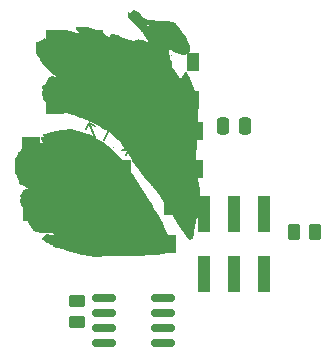
<source format=gbr>
%TF.GenerationSoftware,KiCad,Pcbnew,(6.99.0-2239-g14886e426b)*%
%TF.CreationDate,2022-06-28T00:18:28+01:00*%
%TF.ProjectId,Butterfly_Badge_Addon,42757474-6572-4666-9c79-5f4261646765,rev?*%
%TF.SameCoordinates,Original*%
%TF.FileFunction,Soldermask,Bot*%
%TF.FilePolarity,Negative*%
%FSLAX46Y46*%
G04 Gerber Fmt 4.6, Leading zero omitted, Abs format (unit mm)*
G04 Created by KiCad (PCBNEW (6.99.0-2239-g14886e426b)) date 2022-06-28 00:18:28*
%MOMM*%
%LPD*%
G01*
G04 APERTURE LIST*
G04 Aperture macros list*
%AMRoundRect*
0 Rectangle with rounded corners*
0 $1 Rounding radius*
0 $2 $3 $4 $5 $6 $7 $8 $9 X,Y pos of 4 corners*
0 Add a 4 corners polygon primitive as box body*
4,1,4,$2,$3,$4,$5,$6,$7,$8,$9,$2,$3,0*
0 Add four circle primitives for the rounded corners*
1,1,$1+$1,$2,$3*
1,1,$1+$1,$4,$5*
1,1,$1+$1,$6,$7*
1,1,$1+$1,$8,$9*
0 Add four rect primitives between the rounded corners*
20,1,$1+$1,$2,$3,$4,$5,0*
20,1,$1+$1,$4,$5,$6,$7,0*
20,1,$1+$1,$6,$7,$8,$9,0*
20,1,$1+$1,$8,$9,$2,$3,0*%
G04 Aperture macros list end*
%ADD10C,0.200000*%
%ADD11RoundRect,0.250000X-0.250000X-0.475000X0.250000X-0.475000X0.250000X0.475000X-0.250000X0.475000X0*%
%ADD12R,1.000000X1.500000*%
%ADD13R,1.500000X1.000000*%
%ADD14RoundRect,0.150000X0.825000X0.150000X-0.825000X0.150000X-0.825000X-0.150000X0.825000X-0.150000X0*%
%ADD15RoundRect,0.250000X0.450000X-0.262500X0.450000X0.262500X-0.450000X0.262500X-0.450000X-0.262500X0*%
%ADD16RoundRect,0.250000X-0.262500X-0.450000X0.262500X-0.450000X0.262500X0.450000X-0.262500X0.450000X0*%
%ADD17R,1.000000X3.150000*%
G04 APERTURE END LIST*
D10*
X109474000Y-82677000D02*
X110236000Y-81153000D01*
X108204000Y-81280000D02*
X107950000Y-81788000D01*
X110998000Y-83566000D02*
X111633000Y-83566000D01*
X108839000Y-82677000D02*
X108204000Y-81280000D01*
X111633000Y-83566000D02*
X111379000Y-83947000D01*
X108204000Y-81280000D02*
X108712000Y-81534000D01*
%TO.C,G\u002A\u002A\u002A*%
G36*
X102424031Y-90085654D02*
G01*
X102413689Y-90095996D01*
X102403347Y-90085654D01*
X102413689Y-90075312D01*
X102424031Y-90085654D01*
G37*
G36*
X114806876Y-92522923D02*
G01*
X114804037Y-92535220D01*
X114793087Y-92536712D01*
X114776061Y-92529144D01*
X114779297Y-92522923D01*
X114803844Y-92520448D01*
X114806876Y-92522923D01*
G37*
G36*
X110345176Y-83347330D02*
G01*
X110346018Y-83352999D01*
X110338961Y-83373145D01*
X110336897Y-83373683D01*
X110319237Y-83359189D01*
X110314992Y-83352999D01*
X110316632Y-83333939D01*
X110324113Y-83332315D01*
X110345176Y-83347330D01*
G37*
G36*
X104293934Y-78693248D02*
G01*
X104302319Y-78592578D01*
X104313314Y-78538301D01*
X104330467Y-78475977D01*
X104333525Y-78437527D01*
X104320681Y-78407329D01*
X104294423Y-78374743D01*
X104262790Y-78336243D01*
X104248819Y-78306284D01*
X104252035Y-78271478D01*
X104271960Y-78218434D01*
X104287567Y-78181989D01*
X104330452Y-78104940D01*
X104351463Y-78087187D01*
X111525008Y-78087187D01*
X111540746Y-78119627D01*
X111590373Y-78136174D01*
X111626463Y-78138988D01*
X111660513Y-78138006D01*
X111660675Y-78124920D01*
X111638771Y-78099253D01*
X111597941Y-78068739D01*
X111557207Y-78058777D01*
X111529718Y-78070760D01*
X111525008Y-78087187D01*
X104351463Y-78087187D01*
X104378249Y-78064555D01*
X104385816Y-78061464D01*
X104444061Y-78031672D01*
X104482093Y-78003247D01*
X104532876Y-77964112D01*
X104579399Y-77935961D01*
X104612238Y-77914092D01*
X104630208Y-77883309D01*
X104638848Y-77830693D01*
X104641451Y-77791173D01*
X104646661Y-77724603D01*
X104656610Y-77688740D01*
X104676302Y-77672925D01*
X104699275Y-77667974D01*
X104750738Y-77650193D01*
X104776015Y-77609677D01*
X104781695Y-77554361D01*
X104793524Y-77504143D01*
X104822647Y-77484917D01*
X104841952Y-77472340D01*
X109808550Y-77472340D01*
X109811318Y-77519994D01*
X109820138Y-77530242D01*
X109822949Y-77526995D01*
X111738743Y-77526995D01*
X111741583Y-77539291D01*
X111752533Y-77540784D01*
X111769558Y-77533216D01*
X111766322Y-77526995D01*
X111741775Y-77524519D01*
X111738743Y-77526995D01*
X109822949Y-77526995D01*
X109828917Y-77520100D01*
X109846994Y-77473126D01*
X109849284Y-77454098D01*
X109838745Y-77416699D01*
X109828917Y-77406338D01*
X109815158Y-77415355D01*
X109808753Y-77458350D01*
X109808550Y-77472340D01*
X104841952Y-77472340D01*
X104859646Y-77460813D01*
X104897755Y-77415399D01*
X104903103Y-77406799D01*
X104931116Y-77369077D01*
X104967474Y-77343705D01*
X105019116Y-77329407D01*
X105092980Y-77324905D01*
X105196002Y-77328921D01*
X105287572Y-77335977D01*
X105374861Y-77342775D01*
X105445162Y-77346977D01*
X105489372Y-77348114D01*
X105499831Y-77346960D01*
X105486886Y-77333463D01*
X105446655Y-77303006D01*
X105412703Y-77279318D01*
X112186898Y-77279318D01*
X112188555Y-77346866D01*
X112195391Y-77381788D01*
X112210200Y-77392756D01*
X112223095Y-77391651D01*
X112247949Y-77375101D01*
X112256831Y-77332670D01*
X112256775Y-77305620D01*
X112246508Y-77244694D01*
X112224602Y-77197851D01*
X112220578Y-77193287D01*
X112201783Y-77177877D01*
X112191678Y-77184227D01*
X112187605Y-77219128D01*
X112186898Y-77279318D01*
X105412703Y-77279318D01*
X105386586Y-77261096D01*
X105356242Y-77240746D01*
X105259067Y-77172256D01*
X112283845Y-77172256D01*
X112283961Y-77202424D01*
X112296349Y-77223788D01*
X112311237Y-77208479D01*
X112315980Y-77200210D01*
X112327338Y-77166510D01*
X112324616Y-77154507D01*
X112301387Y-77150563D01*
X112283845Y-77172256D01*
X105259067Y-77172256D01*
X105123471Y-77076687D01*
X104911388Y-76907678D01*
X104723721Y-76737347D01*
X104564200Y-76569321D01*
X104436554Y-76407228D01*
X104346354Y-76258374D01*
X104301271Y-76176092D01*
X104251277Y-76095652D01*
X104212309Y-76041191D01*
X104178976Y-75996326D01*
X104128547Y-75924326D01*
X104066267Y-75832873D01*
X103997384Y-75729648D01*
X103944521Y-75649090D01*
X103743055Y-75339725D01*
X103762410Y-75080279D01*
X103769548Y-74961358D01*
X103771350Y-74870676D01*
X103767815Y-74813012D01*
X103762422Y-74795179D01*
X103747924Y-74755546D01*
X103737405Y-74689540D01*
X103731716Y-74612038D01*
X103731712Y-74537915D01*
X103738245Y-74482049D01*
X103743580Y-74466765D01*
X103781643Y-74434229D01*
X103858640Y-74407676D01*
X103887239Y-74401245D01*
X103985429Y-74371723D01*
X104047587Y-74331823D01*
X104051113Y-74327970D01*
X104096019Y-74293952D01*
X104161742Y-74262995D01*
X104194417Y-74252416D01*
X104275126Y-74226419D01*
X104325488Y-74201219D01*
X104341039Y-74179298D01*
X104337460Y-74172889D01*
X104346299Y-74159254D01*
X104380478Y-74139727D01*
X104425846Y-74120730D01*
X104468248Y-74108680D01*
X104482204Y-74107234D01*
X104509411Y-74118045D01*
X104562620Y-74147314D01*
X104633586Y-74190289D01*
X104697592Y-74231338D01*
X104806079Y-74299074D01*
X104885019Y-74340014D01*
X104935993Y-74354605D01*
X104960585Y-74343296D01*
X104960375Y-74306533D01*
X104960157Y-74305654D01*
X104945078Y-74252580D01*
X104935017Y-74222917D01*
X104934938Y-74195199D01*
X104945271Y-74189970D01*
X104966202Y-74173524D01*
X104968168Y-74162363D01*
X104985015Y-74126645D01*
X105029987Y-74077732D01*
X105094730Y-74021937D01*
X105170888Y-73965575D01*
X105250107Y-73914958D01*
X105324032Y-73876399D01*
X105368447Y-73859882D01*
X105424370Y-73840980D01*
X105459038Y-73823017D01*
X105464585Y-73815697D01*
X105480706Y-73793892D01*
X105511124Y-73773134D01*
X105553359Y-73761852D01*
X105621050Y-73755300D01*
X105701184Y-73753378D01*
X105780747Y-73755986D01*
X105846725Y-73763025D01*
X105886105Y-73774395D01*
X105888398Y-73776023D01*
X105921295Y-73790920D01*
X105975584Y-73805517D01*
X105987148Y-73807821D01*
X106042841Y-73825660D01*
X106080267Y-73850974D01*
X106083846Y-73856038D01*
X106105032Y-73878124D01*
X106115690Y-73876704D01*
X106108748Y-73856504D01*
X106079719Y-73812260D01*
X106033630Y-73751167D01*
X105993137Y-73701304D01*
X105929170Y-73622301D01*
X105888632Y-73564762D01*
X105866619Y-73520008D01*
X105858225Y-73479364D01*
X105857582Y-73461494D01*
X105861958Y-73408441D01*
X105880855Y-73381997D01*
X105912599Y-73370272D01*
X105976259Y-73365896D01*
X106077329Y-73374879D01*
X106214159Y-73396948D01*
X106385102Y-73431831D01*
X106588508Y-73479257D01*
X106619551Y-73486899D01*
X106753729Y-73521266D01*
X106896510Y-73559790D01*
X107039528Y-73600030D01*
X107174418Y-73639544D01*
X107292814Y-73675891D01*
X107386352Y-73706629D01*
X107438871Y-73726033D01*
X107451465Y-73722990D01*
X107436645Y-73691876D01*
X107393943Y-73631769D01*
X107384789Y-73619786D01*
X107288942Y-73489978D01*
X107221044Y-73385495D01*
X107179208Y-73303005D01*
X107161546Y-73239179D01*
X107160676Y-73224112D01*
X107160676Y-73155768D01*
X108158903Y-73155768D01*
X108691279Y-73332758D01*
X108868285Y-73392167D01*
X109013086Y-73442743D01*
X109132956Y-73488024D01*
X109235163Y-73531551D01*
X109326980Y-73576861D01*
X109415677Y-73627495D01*
X109508525Y-73686990D01*
X109612796Y-73758886D01*
X109711722Y-73829434D01*
X109799420Y-73890755D01*
X109875861Y-73941027D01*
X109934612Y-73976261D01*
X109969240Y-73992469D01*
X109974994Y-73992675D01*
X109991392Y-73964188D01*
X109994390Y-73941439D01*
X110007784Y-73905313D01*
X110042294Y-73853684D01*
X110074826Y-73815079D01*
X110120311Y-73767854D01*
X110156212Y-73742187D01*
X110197922Y-73732066D01*
X110260836Y-73731480D01*
X110286838Y-73732288D01*
X110378657Y-73740667D01*
X110431966Y-73758330D01*
X110441377Y-73766791D01*
X110478654Y-73790347D01*
X110515736Y-73796973D01*
X110569241Y-73811953D01*
X110603512Y-73837174D01*
X110636861Y-73864073D01*
X110669746Y-73858751D01*
X110680459Y-73852687D01*
X110715361Y-73839906D01*
X110744847Y-73857841D01*
X110756438Y-73871139D01*
X110804147Y-73909473D01*
X110848169Y-73928415D01*
X110889022Y-73945027D01*
X110904487Y-73962839D01*
X110921815Y-73979326D01*
X110945855Y-73983129D01*
X110990883Y-73997168D01*
X111028591Y-74024497D01*
X111077357Y-74055755D01*
X111120449Y-74065866D01*
X111164629Y-74074037D01*
X111184593Y-74087960D01*
X111212666Y-74100908D01*
X111230398Y-74097717D01*
X111266199Y-74101192D01*
X111317896Y-74124870D01*
X111338376Y-74137930D01*
X111399112Y-74169320D01*
X111490140Y-74203283D01*
X111600758Y-74236865D01*
X111720260Y-74267115D01*
X111837943Y-74291079D01*
X111943101Y-74305806D01*
X111949031Y-74306354D01*
X112019799Y-74309575D01*
X112083737Y-74303368D01*
X112155902Y-74285083D01*
X112245873Y-74254079D01*
X112339986Y-74222008D01*
X112403820Y-74206642D01*
X112444286Y-74206569D01*
X112456525Y-74211047D01*
X112505478Y-74226234D01*
X112555198Y-74231338D01*
X112627660Y-74238973D01*
X112727448Y-74259814D01*
X112843870Y-74290762D01*
X112966232Y-74328719D01*
X113083843Y-74370587D01*
X113186009Y-74413267D01*
X113190814Y-74415505D01*
X113369198Y-74499098D01*
X113303650Y-74382954D01*
X113251399Y-74294661D01*
X113181772Y-74183036D01*
X113101520Y-74058355D01*
X113017394Y-73930890D01*
X112936144Y-73810916D01*
X112864522Y-73708704D01*
X112826922Y-73657445D01*
X112787885Y-73610158D01*
X112724209Y-73538384D01*
X112640415Y-73446983D01*
X112541023Y-73340811D01*
X112430555Y-73224727D01*
X112313532Y-73103587D01*
X112268647Y-73057608D01*
X112252076Y-73040559D01*
X113138363Y-73040559D01*
X113149911Y-73087351D01*
X113176793Y-73124374D01*
X113200495Y-73135084D01*
X113220947Y-73121491D01*
X113258969Y-73086907D01*
X113282851Y-73063000D01*
X113321575Y-73019717D01*
X113342595Y-72989542D01*
X113343790Y-72982143D01*
X113319794Y-72979132D01*
X113268904Y-72981387D01*
X113236613Y-72984523D01*
X113176275Y-72994164D01*
X113146999Y-73008999D01*
X113138487Y-73034904D01*
X113138363Y-73040559D01*
X112252076Y-73040559D01*
X112148902Y-72934412D01*
X112032719Y-72813201D01*
X111932603Y-72707264D01*
X113099157Y-72707264D01*
X113102438Y-72729776D01*
X113102962Y-72731745D01*
X113113876Y-72779966D01*
X113125845Y-72843041D01*
X113127153Y-72850678D01*
X113146061Y-72908018D01*
X113175280Y-72927473D01*
X113211907Y-72907546D01*
X113220002Y-72898540D01*
X113232590Y-72859527D01*
X113211041Y-72810313D01*
X113153739Y-72747384D01*
X113148036Y-72742087D01*
X113112175Y-72710867D01*
X113099157Y-72707264D01*
X111932603Y-72707264D01*
X111924890Y-72699102D01*
X111830206Y-72597237D01*
X111753458Y-72512732D01*
X111699439Y-72450711D01*
X111687090Y-72435642D01*
X111566376Y-72284328D01*
X111566376Y-71827079D01*
X111633600Y-71877927D01*
X111700823Y-71928774D01*
X112092351Y-71691178D01*
X112142414Y-71730558D01*
X112188926Y-71759478D01*
X112225884Y-71771489D01*
X112256989Y-71782559D01*
X112313594Y-71811089D01*
X112386392Y-71852184D01*
X112435106Y-71881535D01*
X112515737Y-71932245D01*
X112567717Y-71969089D01*
X112598022Y-71999228D01*
X112613624Y-72029827D01*
X112621497Y-72068048D01*
X112622297Y-72073798D01*
X112637912Y-72141341D01*
X112661645Y-72199357D01*
X112666145Y-72206790D01*
X112701057Y-72241012D01*
X112763049Y-72285619D01*
X112841331Y-72334353D01*
X112925112Y-72380952D01*
X113003601Y-72419157D01*
X113066006Y-72442710D01*
X113077759Y-72445561D01*
X113120656Y-72461835D01*
X113138363Y-72483739D01*
X113158082Y-72502119D01*
X113213388Y-72517826D01*
X113256967Y-72524615D01*
X113344907Y-72537995D01*
X113445971Y-72556787D01*
X113510346Y-72570600D01*
X113572879Y-72581716D01*
X113656551Y-72590497D01*
X113765843Y-72597181D01*
X113905234Y-72602007D01*
X114079205Y-72605212D01*
X114182907Y-72606301D01*
X114352219Y-72608040D01*
X114487891Y-72610456D01*
X114597651Y-72614124D01*
X114689225Y-72619619D01*
X114770342Y-72627515D01*
X114848730Y-72638386D01*
X114932116Y-72652809D01*
X115010269Y-72667810D01*
X115181061Y-72702489D01*
X115317518Y-72733802D01*
X115426157Y-72764888D01*
X115513497Y-72798888D01*
X115586055Y-72838940D01*
X115650349Y-72888186D01*
X115712897Y-72949764D01*
X115780216Y-73026815D01*
X115796750Y-73046680D01*
X115974507Y-73278153D01*
X116157030Y-73548479D01*
X116343040Y-73855590D01*
X116531258Y-74197414D01*
X116646201Y-74421275D01*
X116707028Y-74543274D01*
X116751712Y-74635494D01*
X116782741Y-74705091D01*
X116802604Y-74759223D01*
X116813790Y-74805044D01*
X116818787Y-74849712D01*
X116820083Y-74900383D01*
X116820122Y-74921438D01*
X116818356Y-75007094D01*
X116813722Y-75085123D01*
X116807223Y-75138707D01*
X116807182Y-75138913D01*
X116787986Y-75180905D01*
X116747933Y-75239122D01*
X116694723Y-75304965D01*
X116636054Y-75369836D01*
X116579626Y-75425135D01*
X116533137Y-75462263D01*
X116507978Y-75473114D01*
X116475323Y-75476415D01*
X116412989Y-75484605D01*
X116332164Y-75496182D01*
X116295917Y-75501613D01*
X116191974Y-75515014D01*
X116118824Y-75518180D01*
X116067226Y-75511305D01*
X116052879Y-75506687D01*
X116010920Y-75486707D01*
X115992780Y-75469859D01*
X115992761Y-75469489D01*
X115974909Y-75455640D01*
X115931509Y-75441560D01*
X115927261Y-75440597D01*
X115861987Y-75418897D01*
X115797986Y-75387321D01*
X115738690Y-75360401D01*
X115682296Y-75348394D01*
X115679862Y-75348353D01*
X115629389Y-75337636D01*
X115600868Y-75318579D01*
X115563914Y-75293460D01*
X115510428Y-75275127D01*
X115460612Y-75255421D01*
X115394067Y-75217190D01*
X115327447Y-75170378D01*
X115266046Y-75125386D01*
X115215055Y-75092856D01*
X115184954Y-75079436D01*
X115183990Y-75079383D01*
X115155330Y-75066831D01*
X115107082Y-75034169D01*
X115058139Y-74995416D01*
X114998805Y-74949627D01*
X114966335Y-74935121D01*
X114960502Y-74951922D01*
X114981076Y-75000054D01*
X114982706Y-75003118D01*
X114996465Y-75050995D01*
X115002680Y-75118413D01*
X115002367Y-75146563D01*
X115005396Y-75209396D01*
X115017202Y-75298015D01*
X115035675Y-75398294D01*
X115048766Y-75456883D01*
X115072016Y-75557339D01*
X115092900Y-75654003D01*
X115108442Y-75732800D01*
X115113848Y-75764845D01*
X115141936Y-75858626D01*
X115194625Y-75954381D01*
X115198431Y-75959813D01*
X115242043Y-76029102D01*
X115262612Y-76088129D01*
X115266758Y-76153423D01*
X115262093Y-76224024D01*
X115252939Y-76285582D01*
X115249432Y-76299742D01*
X115246326Y-76331251D01*
X115254397Y-76373455D01*
X115275480Y-76430029D01*
X115311407Y-76504648D01*
X115364013Y-76600987D01*
X115435130Y-76722720D01*
X115526592Y-76873522D01*
X115574532Y-76951289D01*
X115676447Y-77115800D01*
X115758921Y-77248367D01*
X115824129Y-77352317D01*
X115874244Y-77430976D01*
X115911442Y-77487671D01*
X115937896Y-77525730D01*
X115955783Y-77548479D01*
X115967275Y-77559246D01*
X115973353Y-77561468D01*
X116015078Y-77543090D01*
X116061945Y-77493774D01*
X116107348Y-77422247D01*
X116144685Y-77337237D01*
X116146082Y-77333200D01*
X116195493Y-77205779D01*
X116248335Y-77099511D01*
X116301687Y-77018194D01*
X116352628Y-76965628D01*
X116398237Y-76945612D01*
X116433345Y-76959576D01*
X116472914Y-76979704D01*
X116492348Y-76982315D01*
X116520208Y-77000018D01*
X116561110Y-77048528D01*
X116611076Y-77120948D01*
X116666127Y-77210382D01*
X116722286Y-77309932D01*
X116775572Y-77412702D01*
X116822008Y-77511794D01*
X116857615Y-77600313D01*
X116869344Y-77635853D01*
X116898603Y-77726377D01*
X116930212Y-77812839D01*
X116958080Y-77878748D01*
X116962093Y-77886889D01*
X116991881Y-77951406D01*
X117028947Y-78040531D01*
X117069265Y-78143514D01*
X117108814Y-78249607D01*
X117143568Y-78348061D01*
X117169505Y-78428126D01*
X117181463Y-78472955D01*
X117195131Y-78527017D01*
X117217807Y-78604768D01*
X117244966Y-78690806D01*
X117249408Y-78704261D01*
X117281068Y-78791045D01*
X117307329Y-78842392D01*
X117331021Y-78863408D01*
X117338263Y-78864563D01*
X117357917Y-78872504D01*
X117373103Y-78901265D01*
X117386547Y-78958254D01*
X117397257Y-79024864D01*
X117420345Y-79185577D01*
X117438786Y-79322882D01*
X117453094Y-79444771D01*
X117463787Y-79559238D01*
X117471380Y-79674273D01*
X117476390Y-79797868D01*
X117479333Y-79938017D01*
X117480724Y-80102710D01*
X117481081Y-80299941D01*
X117481079Y-80322787D01*
X117480439Y-80468047D01*
X117478654Y-80637549D01*
X117475852Y-80826576D01*
X117472164Y-81030413D01*
X117467719Y-81244344D01*
X117462645Y-81463652D01*
X117457072Y-81683622D01*
X117451130Y-81899537D01*
X117444948Y-82106682D01*
X117438655Y-82300340D01*
X117432380Y-82475795D01*
X117426253Y-82628331D01*
X117420403Y-82753233D01*
X117414960Y-82845784D01*
X117410464Y-82897950D01*
X117384829Y-83119245D01*
X117364518Y-83310139D01*
X117348655Y-83481134D01*
X117336367Y-83642730D01*
X117326779Y-83805428D01*
X117319019Y-83979729D01*
X117317837Y-84010773D01*
X117312481Y-84170571D01*
X117309946Y-84302534D01*
X117310648Y-84418606D01*
X117315005Y-84530733D01*
X117323433Y-84650857D01*
X117336350Y-84790924D01*
X117349541Y-84919165D01*
X117368389Y-85086918D01*
X117391197Y-85272582D01*
X117415991Y-85461122D01*
X117440799Y-85637501D01*
X117462171Y-85777552D01*
X117510687Y-86087579D01*
X117550373Y-86361238D01*
X117581546Y-86602504D01*
X117604523Y-86815355D01*
X117619619Y-87003765D01*
X117627150Y-87171711D01*
X117627435Y-87323169D01*
X117620788Y-87462115D01*
X117607527Y-87592526D01*
X117606958Y-87596901D01*
X117600035Y-87663184D01*
X117591991Y-87762149D01*
X117583416Y-87885150D01*
X117574901Y-88023536D01*
X117567038Y-88168658D01*
X117564820Y-88213748D01*
X117557441Y-88354493D01*
X117549322Y-88486786D01*
X117541016Y-88603137D01*
X117533073Y-88696054D01*
X117526046Y-88758047D01*
X117523675Y-88772217D01*
X117513987Y-88834132D01*
X117503692Y-88922708D01*
X117494395Y-89023301D01*
X117490525Y-89074937D01*
X117482936Y-89172481D01*
X117474314Y-89238675D01*
X117462029Y-89283510D01*
X117443450Y-89316974D01*
X117419252Y-89345540D01*
X117334404Y-89460555D01*
X117287547Y-89586532D01*
X117275171Y-89711040D01*
X117270606Y-89797498D01*
X117257820Y-89855475D01*
X117247916Y-89872165D01*
X117231697Y-89905032D01*
X117214104Y-89966483D01*
X117198626Y-90044022D01*
X117196953Y-90054628D01*
X117187538Y-90117334D01*
X117179471Y-90174692D01*
X117171806Y-90234781D01*
X117163598Y-90305683D01*
X117153901Y-90395476D01*
X117141769Y-90512241D01*
X117130396Y-90623439D01*
X117106705Y-90771010D01*
X117068423Y-90908973D01*
X117019367Y-91025272D01*
X116985595Y-91080690D01*
X116919376Y-91140729D01*
X116829058Y-91168895D01*
X116782958Y-91171566D01*
X116741918Y-91169344D01*
X116709599Y-91158251D01*
X116677318Y-91131647D01*
X116636391Y-91082892D01*
X116594619Y-91027555D01*
X116542334Y-90955695D01*
X116497401Y-90891152D01*
X116467482Y-90845020D01*
X116462473Y-90836228D01*
X116427687Y-90776991D01*
X116385104Y-90713319D01*
X116341919Y-90654900D01*
X116305330Y-90611422D01*
X116282532Y-90592571D01*
X116281344Y-90592413D01*
X116262354Y-90576524D01*
X116261653Y-90570826D01*
X116248676Y-90542580D01*
X116216755Y-90501011D01*
X116209841Y-90493362D01*
X116174157Y-90446784D01*
X116129809Y-90377704D01*
X116086221Y-90300828D01*
X116085017Y-90298542D01*
X116047315Y-90230038D01*
X116014760Y-90176651D01*
X115993595Y-90148520D01*
X115991745Y-90147078D01*
X115970548Y-90122154D01*
X115941236Y-90074313D01*
X115929555Y-90052366D01*
X115893904Y-89991198D01*
X115856841Y-89940243D01*
X115847818Y-89930369D01*
X115808194Y-89884112D01*
X115762995Y-89817715D01*
X115709315Y-89726323D01*
X115644251Y-89605085D01*
X115591525Y-89502134D01*
X115536827Y-89400032D01*
X115477423Y-89299153D01*
X115421177Y-89212367D01*
X115382970Y-89160797D01*
X115336721Y-89101908D01*
X115303301Y-89054184D01*
X115289553Y-89027443D01*
X115289504Y-89026709D01*
X115275591Y-88998486D01*
X115250025Y-88970426D01*
X115214097Y-88925514D01*
X115183977Y-88868971D01*
X115162440Y-88821549D01*
X115145506Y-88793929D01*
X115144389Y-88792901D01*
X115111719Y-88759036D01*
X115063740Y-88699831D01*
X115007434Y-88624793D01*
X114949783Y-88543430D01*
X114897771Y-88465250D01*
X114867552Y-88415954D01*
X114827730Y-88351800D01*
X114794439Y-88306065D01*
X114773639Y-88286730D01*
X114771182Y-88286897D01*
X114754266Y-88275399D01*
X114726271Y-88235701D01*
X114699412Y-88187952D01*
X114634199Y-88063440D01*
X114582657Y-87969492D01*
X114540950Y-87899193D01*
X114528709Y-87880030D01*
X114499452Y-87835051D01*
X114456935Y-87769534D01*
X114410432Y-87697772D01*
X114358179Y-87618669D01*
X114304131Y-87539359D01*
X114264553Y-87483363D01*
X114213396Y-87408997D01*
X114161746Y-87327679D01*
X114147465Y-87303651D01*
X114101401Y-87234443D01*
X114048888Y-87169696D01*
X114029622Y-87149821D01*
X113989987Y-87107244D01*
X113967587Y-87073690D01*
X113965725Y-87066524D01*
X113953184Y-87037893D01*
X113921832Y-86993656D01*
X113908844Y-86977993D01*
X113817725Y-86871732D01*
X113748510Y-86789554D01*
X113695602Y-86724639D01*
X113653399Y-86670170D01*
X113630354Y-86638933D01*
X113593033Y-86592762D01*
X113532976Y-86524479D01*
X113456813Y-86441106D01*
X113371174Y-86349666D01*
X113282692Y-86257181D01*
X113197996Y-86170674D01*
X113123719Y-86097167D01*
X113078379Y-86054374D01*
X113002172Y-85982645D01*
X112955087Y-85932611D01*
X112933688Y-85900445D01*
X112931523Y-85890748D01*
X112921405Y-85863402D01*
X112895505Y-85814418D01*
X112874642Y-85779235D01*
X112845382Y-85734893D01*
X112799472Y-85668929D01*
X112741761Y-85587950D01*
X112677099Y-85498567D01*
X112610337Y-85407388D01*
X112546324Y-85321023D01*
X112489910Y-85246081D01*
X112445945Y-85189172D01*
X112419279Y-85156903D01*
X112414739Y-85152511D01*
X112391169Y-85129507D01*
X112349999Y-85084256D01*
X112299717Y-85026614D01*
X112248814Y-84966439D01*
X112205777Y-84913587D01*
X112182314Y-84882632D01*
X112154859Y-84843674D01*
X112110891Y-84781443D01*
X112057815Y-84706420D01*
X112029503Y-84666436D01*
X111976904Y-84586787D01*
X111913082Y-84481894D01*
X111845011Y-84363661D01*
X111779667Y-84243994D01*
X111759900Y-84206236D01*
X111651166Y-84003910D01*
X111548640Y-83830946D01*
X111445990Y-83677281D01*
X111336886Y-83532855D01*
X111333650Y-83528813D01*
X111284607Y-83462911D01*
X111243360Y-83399212D01*
X111223666Y-83361873D01*
X111193079Y-83310219D01*
X111145126Y-83249025D01*
X111115485Y-83217085D01*
X111063866Y-83156660D01*
X111014222Y-83084135D01*
X110973734Y-83011714D01*
X110949579Y-82951601D01*
X110945855Y-82928747D01*
X110930976Y-82906479D01*
X110890697Y-82864405D01*
X110831561Y-82809009D01*
X110775212Y-82759579D01*
X110701875Y-82696044D01*
X110607242Y-82612695D01*
X110500495Y-82517691D01*
X110390812Y-82419191D01*
X110314992Y-82350519D01*
X110189271Y-82238186D01*
X110076120Y-82142501D01*
X109968322Y-82058687D01*
X109858663Y-81981964D01*
X109739928Y-81907555D01*
X109604900Y-81830681D01*
X109446364Y-81746564D01*
X109260106Y-81651929D01*
X109103283Y-81572872D01*
X108927791Y-81483659D01*
X108747504Y-81391392D01*
X108576299Y-81303173D01*
X108428051Y-81226103D01*
X108425847Y-81224950D01*
X108308063Y-81163710D01*
X108202453Y-81109543D01*
X108114553Y-81065229D01*
X108049901Y-81033546D01*
X108014035Y-81017274D01*
X108008950Y-81015703D01*
X107980768Y-81006464D01*
X107931462Y-80983735D01*
X107875566Y-80954998D01*
X107827614Y-80927736D01*
X107802140Y-80909430D01*
X107801881Y-80909105D01*
X107778598Y-80897604D01*
X107725166Y-80878366D01*
X107651280Y-80854774D01*
X107615725Y-80844159D01*
X107519300Y-80813190D01*
X107423185Y-80777757D01*
X107345418Y-80744596D01*
X107333487Y-80738745D01*
X107267447Y-80708858D01*
X107210465Y-80689253D01*
X107184748Y-80684758D01*
X107144253Y-80675725D01*
X107129650Y-80664074D01*
X107100355Y-80646443D01*
X107078434Y-80643390D01*
X107037175Y-80635489D01*
X106976725Y-80615480D01*
X106946358Y-80603250D01*
X106892301Y-80584488D01*
X106807807Y-80560385D01*
X106703027Y-80533616D01*
X106588106Y-80506857D01*
X106546476Y-80497800D01*
X106365897Y-80457684D01*
X106215430Y-80419813D01*
X106084258Y-80380425D01*
X105961563Y-80335760D01*
X105836527Y-80282057D01*
X105698334Y-80215556D01*
X105619103Y-80175397D01*
X105415972Y-80068719D01*
X105244496Y-79972827D01*
X105097780Y-79883499D01*
X104968928Y-79796512D01*
X104851045Y-79707644D01*
X104837306Y-79696650D01*
X104760736Y-79635559D01*
X104686623Y-79577357D01*
X104627695Y-79532013D01*
X104613814Y-79521617D01*
X104484847Y-79414073D01*
X104456145Y-79381664D01*
X114282851Y-79381664D01*
X114283693Y-79396423D01*
X114300897Y-79431884D01*
X114327157Y-79474816D01*
X114354243Y-79510939D01*
X114384434Y-79542403D01*
X114391177Y-79541495D01*
X114374742Y-79509737D01*
X114345925Y-79464400D01*
X114312411Y-79416135D01*
X114288680Y-79386322D01*
X114282851Y-79381664D01*
X104456145Y-79381664D01*
X104406440Y-79325540D01*
X114237952Y-79325540D01*
X114242984Y-79337100D01*
X114263811Y-79359305D01*
X114275784Y-79354750D01*
X114275986Y-79351858D01*
X114261294Y-79334363D01*
X114252106Y-79327978D01*
X114237952Y-79325540D01*
X104406440Y-79325540D01*
X104392785Y-79310121D01*
X104339206Y-79211659D01*
X104330209Y-79180560D01*
X104311286Y-79069552D01*
X104298726Y-78943493D01*
X104298131Y-78930412D01*
X113990339Y-78930412D01*
X113998967Y-79003805D01*
X114041793Y-79088241D01*
X114120375Y-79186632D01*
X114136383Y-79203878D01*
X114193354Y-79262905D01*
X114224563Y-79291632D01*
X114231388Y-79290981D01*
X114215209Y-79261869D01*
X114209123Y-79252388D01*
X114185625Y-79213493D01*
X114148880Y-79149633D01*
X114105400Y-79072189D01*
X114087811Y-79040377D01*
X114044935Y-78964176D01*
X114017255Y-78920689D01*
X114001127Y-78905804D01*
X113992903Y-78915408D01*
X113990339Y-78930412D01*
X104298131Y-78930412D01*
X104292839Y-78814139D01*
X104293934Y-78693248D01*
G37*
G36*
X116034129Y-72607641D02*
G01*
X116023787Y-72617983D01*
X116013445Y-72607641D01*
X116023787Y-72597299D01*
X116034129Y-72607641D01*
G37*
G36*
X101493249Y-84438911D02*
G01*
X101482907Y-84449253D01*
X101472565Y-84438911D01*
X101482907Y-84428569D01*
X101493249Y-84438911D01*
G37*
G36*
X115224256Y-75542799D02*
G01*
X115246287Y-75562027D01*
X115248135Y-75566679D01*
X115238319Y-75575180D01*
X115217882Y-75556131D01*
X115215134Y-75551921D01*
X115212696Y-75537767D01*
X115224256Y-75542799D01*
G37*
G36*
X104657907Y-81977511D02*
G01*
X104647565Y-81987853D01*
X104637223Y-81977511D01*
X104647565Y-81967168D01*
X104657907Y-81977511D01*
G37*
G36*
X102901806Y-90958523D02*
G01*
X102919500Y-90983638D01*
X102934680Y-91019740D01*
X102925914Y-91022578D01*
X102899349Y-90995252D01*
X102882901Y-90964511D01*
X102884799Y-90952112D01*
X102901806Y-90958523D01*
G37*
G36*
X115041295Y-72380116D02*
G01*
X115030953Y-72390458D01*
X115020611Y-72380116D01*
X115030953Y-72369774D01*
X115041295Y-72380116D01*
G37*
G36*
X105933423Y-80712337D02*
G01*
X105930584Y-80724633D01*
X105919634Y-80726126D01*
X105902608Y-80718558D01*
X105905844Y-80712337D01*
X105930392Y-80709861D01*
X105933423Y-80712337D01*
G37*
G36*
X106840547Y-81814816D02*
G01*
X107042960Y-81868322D01*
X107248967Y-81927703D01*
X107441204Y-81988100D01*
X107491621Y-82005017D01*
X107603896Y-82042206D01*
X107709693Y-82075205D01*
X107799464Y-82101181D01*
X107863666Y-82117300D01*
X107880226Y-82120379D01*
X107972716Y-82142488D01*
X108094158Y-82184563D01*
X108239015Y-82243721D01*
X108401753Y-82317079D01*
X108576838Y-82401754D01*
X108758734Y-82494862D01*
X108941908Y-82593521D01*
X109120823Y-82694848D01*
X109289946Y-82795959D01*
X109443742Y-82893972D01*
X109576675Y-82986004D01*
X109651462Y-83043002D01*
X109862535Y-83216020D01*
X110070833Y-83394115D01*
X110268409Y-83570212D01*
X110447318Y-83737233D01*
X110596088Y-83884470D01*
X110710052Y-84008827D01*
X110843913Y-84167925D01*
X110996880Y-84360683D01*
X111168164Y-84586016D01*
X111356978Y-84842842D01*
X111562532Y-85130077D01*
X111784037Y-85446639D01*
X112020704Y-85791443D01*
X112271745Y-86163406D01*
X112445802Y-86424579D01*
X112760159Y-86901791D01*
X113049771Y-87348388D01*
X113315665Y-87766117D01*
X113558863Y-88156724D01*
X113780391Y-88521956D01*
X113981272Y-88863561D01*
X114162532Y-89183285D01*
X114325193Y-89482875D01*
X114470282Y-89764079D01*
X114598822Y-90028642D01*
X114711838Y-90278312D01*
X114729261Y-90318656D01*
X114786872Y-90452206D01*
X114852860Y-90603917D01*
X114918954Y-90754836D01*
X114975210Y-90882245D01*
X115050667Y-91057628D01*
X115105604Y-91197897D01*
X115140237Y-91303735D01*
X115154780Y-91375826D01*
X115149447Y-91414852D01*
X115144001Y-91420216D01*
X115130750Y-91441775D01*
X115126613Y-91488826D01*
X115131142Y-91568230D01*
X115133018Y-91588280D01*
X115142966Y-91686029D01*
X115154310Y-91791045D01*
X115165817Y-91892587D01*
X115176254Y-91979913D01*
X115184390Y-92042283D01*
X115187248Y-92060980D01*
X115189834Y-92099792D01*
X115190011Y-92160740D01*
X115189342Y-92186864D01*
X115185788Y-92244820D01*
X115174066Y-92272969D01*
X115144679Y-92282852D01*
X115108518Y-92285082D01*
X115053293Y-92289770D01*
X114971346Y-92299458D01*
X114876772Y-92312416D01*
X114834455Y-92318759D01*
X114397076Y-92379897D01*
X113969413Y-92426141D01*
X113532682Y-92459319D01*
X113233155Y-92474828D01*
X113096402Y-92481480D01*
X112970199Y-92489009D01*
X112861618Y-92496884D01*
X112777726Y-92504572D01*
X112725595Y-92511541D01*
X112716054Y-92513744D01*
X112671298Y-92521081D01*
X112589070Y-92528049D01*
X112473263Y-92534563D01*
X112327771Y-92540535D01*
X112156489Y-92545879D01*
X111963311Y-92550509D01*
X111752131Y-92554338D01*
X111526843Y-92557281D01*
X111291342Y-92559249D01*
X111049521Y-92560158D01*
X110805275Y-92559920D01*
X110666621Y-92559239D01*
X110465031Y-92558613D01*
X110258870Y-92559185D01*
X110055871Y-92560852D01*
X109863768Y-92563507D01*
X109690296Y-92567045D01*
X109543189Y-92571360D01*
X109435920Y-92576027D01*
X109298370Y-92583575D01*
X109163391Y-92591006D01*
X109040890Y-92597772D01*
X108940771Y-92603327D01*
X108877451Y-92606870D01*
X108772247Y-92608822D01*
X108654285Y-92605117D01*
X108563947Y-92597999D01*
X108388759Y-92573617D01*
X108178380Y-92535865D01*
X107936445Y-92485640D01*
X107666594Y-92423841D01*
X107372464Y-92351364D01*
X107057693Y-92269106D01*
X106725918Y-92177965D01*
X106380777Y-92078839D01*
X106025908Y-91972624D01*
X106014473Y-91969130D01*
X105882910Y-91931075D01*
X105766066Y-91901447D01*
X105671897Y-91882088D01*
X105608358Y-91874836D01*
X105606481Y-91874823D01*
X105516055Y-91862862D01*
X105415057Y-91831066D01*
X105317168Y-91785569D01*
X105236068Y-91732505D01*
X105193004Y-91689454D01*
X105156501Y-91648457D01*
X105125623Y-91627371D01*
X105121132Y-91626615D01*
X105092383Y-91615426D01*
X105088825Y-91610146D01*
X105068389Y-91594379D01*
X105019204Y-91565618D01*
X104949837Y-91528715D01*
X104906116Y-91506672D01*
X104816602Y-91459208D01*
X104707726Y-91396741D01*
X104594104Y-91327867D01*
X104502777Y-91269432D01*
X104407820Y-91205564D01*
X104343172Y-91158590D01*
X104303747Y-91123986D01*
X104284463Y-91097227D01*
X104280237Y-91073789D01*
X104280438Y-91071533D01*
X104294923Y-91036046D01*
X104329990Y-90977602D01*
X104379920Y-90905171D01*
X104423203Y-90847675D01*
X104560783Y-90671484D01*
X104645542Y-90680470D01*
X104704405Y-90688341D01*
X104789137Y-90701677D01*
X104884987Y-90718111D01*
X104924079Y-90725194D01*
X105014898Y-90741423D01*
X105078321Y-90749636D01*
X105127619Y-90749403D01*
X105176062Y-90740293D01*
X105236922Y-90721873D01*
X105260194Y-90714268D01*
X105329542Y-90689376D01*
X105380198Y-90667081D01*
X105402274Y-90651800D01*
X105402533Y-90650693D01*
X105383224Y-90643981D01*
X105330789Y-90638529D01*
X105253464Y-90634935D01*
X105168801Y-90633781D01*
X105007305Y-90630940D01*
X104828855Y-90622930D01*
X104641248Y-90610520D01*
X104452283Y-90594478D01*
X104269754Y-90575573D01*
X104101460Y-90554574D01*
X103955197Y-90532249D01*
X103838763Y-90509367D01*
X103795797Y-90498423D01*
X103708591Y-90458626D01*
X103612117Y-90390070D01*
X103515247Y-90301173D01*
X103426854Y-90200354D01*
X103355808Y-90096033D01*
X103339030Y-90064970D01*
X103292155Y-89980501D01*
X103233527Y-89886476D01*
X103185498Y-89816761D01*
X103050444Y-89617405D01*
X102941954Y-89424972D01*
X102891053Y-89314751D01*
X102836832Y-89185054D01*
X102890608Y-89029253D01*
X102918230Y-88944815D01*
X102928448Y-88886681D01*
X102917189Y-88843684D01*
X102880382Y-88804658D01*
X102813957Y-88758434D01*
X102785105Y-88739866D01*
X102708462Y-88688456D01*
X102662494Y-88648859D01*
X102641794Y-88612661D01*
X102640951Y-88571447D01*
X102650547Y-88530591D01*
X102662500Y-88476900D01*
X102655135Y-88442370D01*
X102623056Y-88407211D01*
X102614933Y-88399905D01*
X102555124Y-88329597D01*
X102516559Y-88250067D01*
X102506767Y-88193815D01*
X102496715Y-88157918D01*
X102484989Y-88147884D01*
X102465067Y-88122810D01*
X102448146Y-88070881D01*
X102437210Y-88006609D01*
X102435246Y-87944508D01*
X102438208Y-87920510D01*
X102433053Y-87847255D01*
X102414473Y-87808703D01*
X102389975Y-87742671D01*
X102402479Y-87683779D01*
X102449919Y-87640801D01*
X102454561Y-87638585D01*
X102495416Y-87614084D01*
X102501970Y-87587505D01*
X102474266Y-87549923D01*
X102455057Y-87531175D01*
X102413877Y-87480341D01*
X102408925Y-87433229D01*
X102440797Y-87381364D01*
X102467477Y-87354059D01*
X102517978Y-87297095D01*
X102568816Y-87225065D01*
X102612790Y-87150050D01*
X102642697Y-87084128D01*
X102651678Y-87045100D01*
X102656117Y-87009672D01*
X102672468Y-86981460D01*
X102706771Y-86957047D01*
X102765064Y-86933014D01*
X102853388Y-86905945D01*
X102938535Y-86882771D01*
X103190588Y-86815881D01*
X103019321Y-86746537D01*
X102869512Y-86683922D01*
X102728120Y-86621141D01*
X102601915Y-86561452D01*
X102497671Y-86508112D01*
X102422161Y-86464378D01*
X102398039Y-86447700D01*
X102358821Y-86415215D01*
X102338999Y-86385281D01*
X102333393Y-86343294D01*
X102336792Y-86275077D01*
X102339418Y-86218398D01*
X102335453Y-86172661D01*
X102321270Y-86126764D01*
X102293243Y-86069606D01*
X102247744Y-85990085D01*
X102238633Y-85974599D01*
X102170540Y-85847141D01*
X102127705Y-85739790D01*
X102115247Y-85687979D01*
X102098518Y-85616668D01*
X102068442Y-85562166D01*
X102014384Y-85505507D01*
X102011366Y-85502738D01*
X101958199Y-85446079D01*
X101939638Y-85405854D01*
X101956083Y-85383809D01*
X101983189Y-85380035D01*
X102003301Y-85372084D01*
X102007864Y-85341610D01*
X102002682Y-85299013D01*
X101998948Y-85238177D01*
X102011709Y-85210723D01*
X102012837Y-85210286D01*
X102024371Y-85192762D01*
X102022422Y-85147948D01*
X102011460Y-85089639D01*
X102001436Y-85022610D01*
X101996923Y-84935294D01*
X101997834Y-84821131D01*
X102004083Y-84673566D01*
X102005610Y-84645752D01*
X102012120Y-84503586D01*
X102014114Y-84391114D01*
X102011603Y-84312123D01*
X102004600Y-84270400D01*
X102004432Y-84270012D01*
X101997484Y-84239102D01*
X102010008Y-84206781D01*
X102047229Y-84162342D01*
X102066844Y-84142161D01*
X102149666Y-84041783D01*
X102201160Y-83941873D01*
X102217548Y-83856632D01*
X102232930Y-83801174D01*
X102270347Y-83748340D01*
X102317657Y-83712314D01*
X102347690Y-83704628D01*
X102408970Y-83692566D01*
X102441382Y-83659450D01*
X102444715Y-83640363D01*
X102458045Y-83609349D01*
X102496601Y-83601208D01*
X102532268Y-83597278D01*
X102533727Y-83579092D01*
X102524362Y-83562579D01*
X102506575Y-83510882D01*
X102523943Y-83477365D01*
X102572200Y-83467674D01*
X102593887Y-83470609D01*
X102637786Y-83477544D01*
X102648251Y-83471102D01*
X102633729Y-83449829D01*
X102615029Y-83403992D01*
X102632065Y-83367784D01*
X102679260Y-83352999D01*
X102679520Y-83352999D01*
X102725449Y-83337630D01*
X102740285Y-83311631D01*
X102766887Y-83277549D01*
X102805414Y-83270263D01*
X102843633Y-83258644D01*
X102906811Y-83227030D01*
X102986844Y-83180286D01*
X103075625Y-83123277D01*
X103165049Y-83060867D01*
X103208646Y-83028253D01*
X103204368Y-83010363D01*
X103193133Y-82996889D01*
X103167084Y-82956725D01*
X103179584Y-82927975D01*
X103229321Y-82910977D01*
X103314988Y-82906065D01*
X103435274Y-82913578D01*
X103492110Y-82920052D01*
X103584812Y-82931140D01*
X103645244Y-82935942D01*
X103682099Y-82933954D01*
X103704068Y-82924674D01*
X103719845Y-82907600D01*
X103720396Y-82906850D01*
X103746435Y-82881931D01*
X103780447Y-82881860D01*
X103810195Y-82891745D01*
X103853417Y-82904713D01*
X103870202Y-82897744D01*
X103871914Y-82885812D01*
X103887482Y-82859526D01*
X103899519Y-82856582D01*
X103931355Y-82864374D01*
X103990685Y-82884990D01*
X104067383Y-82914293D01*
X104151319Y-82948145D01*
X104232365Y-82982409D01*
X104300394Y-83012948D01*
X104345277Y-83035624D01*
X104356412Y-83043230D01*
X104385346Y-83065261D01*
X104393754Y-83056849D01*
X104381407Y-83023594D01*
X104358735Y-82986227D01*
X104315816Y-82895386D01*
X104306279Y-82815545D01*
X104303642Y-82760714D01*
X104290238Y-82722830D01*
X104257821Y-82687927D01*
X104208277Y-82649518D01*
X104138518Y-82588943D01*
X104106083Y-82542076D01*
X104108128Y-82512743D01*
X104141806Y-82504773D01*
X104204272Y-82521994D01*
X104276122Y-82558267D01*
X104332389Y-82586177D01*
X104376056Y-82598829D01*
X104390310Y-82597231D01*
X104389441Y-82579044D01*
X104355215Y-82549140D01*
X104331163Y-82533767D01*
X104262177Y-82484067D01*
X104231809Y-82444307D01*
X104237654Y-82419106D01*
X104277306Y-82413084D01*
X104348358Y-82430860D01*
X104378526Y-82442838D01*
X104450831Y-82467483D01*
X104490574Y-82467316D01*
X104496500Y-82444562D01*
X104467355Y-82401450D01*
X104425133Y-82360099D01*
X104372112Y-82306385D01*
X104352064Y-82267091D01*
X104353976Y-82249402D01*
X104366463Y-82227356D01*
X104387718Y-82226628D01*
X104431226Y-82246839D01*
X104431934Y-82247205D01*
X104477625Y-82266434D01*
X104505831Y-82270224D01*
X104507660Y-82269099D01*
X104501732Y-82253642D01*
X104485054Y-82244677D01*
X104452705Y-82223732D01*
X104455936Y-82205982D01*
X104489211Y-82199216D01*
X104515140Y-82202336D01*
X104593818Y-82207628D01*
X104653128Y-82191122D01*
X104683983Y-82155446D01*
X104684584Y-82153325D01*
X104713881Y-82119127D01*
X104777410Y-82106103D01*
X104872460Y-82114354D01*
X104926010Y-82120202D01*
X104952377Y-82111059D01*
X104962780Y-82088960D01*
X104976208Y-82065653D01*
X105007714Y-82053786D01*
X105067784Y-82049992D01*
X105084343Y-82049905D01*
X105145887Y-82046435D01*
X105186326Y-82037501D01*
X105195692Y-82029221D01*
X105213666Y-82014698D01*
X105256973Y-82008538D01*
X105257745Y-82008537D01*
X105301323Y-82003184D01*
X105319792Y-81990287D01*
X105319797Y-81990065D01*
X105327532Y-81973672D01*
X105354119Y-81960260D01*
X105404628Y-81948830D01*
X105484128Y-81938381D01*
X105597692Y-81927913D01*
X105659116Y-81923091D01*
X105765979Y-81913115D01*
X105861733Y-81900727D01*
X105936502Y-81887427D01*
X105980411Y-81874717D01*
X105981808Y-81874027D01*
X106029755Y-81859992D01*
X106114066Y-81847363D01*
X106229741Y-81836762D01*
X106330232Y-81830704D01*
X106455261Y-81823378D01*
X106542781Y-81815403D01*
X106596652Y-81806247D01*
X106620732Y-81795375D01*
X106622891Y-81790210D01*
X106639091Y-81772069D01*
X106659088Y-81772043D01*
X106840547Y-81814816D01*
G37*
G36*
X104675396Y-91759086D02*
G01*
X104697601Y-91779912D01*
X104693046Y-91791886D01*
X104690154Y-91792087D01*
X104672659Y-91777396D01*
X104666274Y-91768207D01*
X104663836Y-91754053D01*
X104675396Y-91759086D01*
G37*
G36*
X107470937Y-81398357D02*
G01*
X107460595Y-81408699D01*
X107450253Y-81398357D01*
X107460595Y-81388015D01*
X107470937Y-81398357D01*
G37*
%TD*%
D11*
%TO.C,Capacitor*%
X119550000Y-81500000D03*
X121450000Y-81500000D03*
%TD*%
D12*
%TO.C,D5*%
X111251999Y-81898999D03*
X111251999Y-85200999D03*
X117347999Y-85149999D03*
X117347999Y-81949999D03*
%TD*%
%TO.C,D1*%
X108965999Y-88264999D03*
X108965999Y-91566999D03*
X115061999Y-91515999D03*
X115061999Y-88315999D03*
%TD*%
D13*
%TO.C,D3*%
X108650999Y-73951999D03*
X105348999Y-73951999D03*
X105399999Y-80047999D03*
X108599999Y-80047999D03*
%TD*%
D14*
%TO.C,EEPROM*%
X109525000Y-96095000D03*
X109525000Y-97365000D03*
X109525000Y-98635000D03*
X109525000Y-99905000D03*
X114475000Y-99905000D03*
X114475000Y-98635000D03*
X114475000Y-97365000D03*
X114475000Y-96095000D03*
%TD*%
D12*
%TO.C,D4*%
X110951999Y-76072999D03*
X110951999Y-79374999D03*
X117047999Y-79323999D03*
X117047999Y-76123999D03*
%TD*%
D13*
%TO.C,D2*%
X106650999Y-82951999D03*
X103348999Y-82951999D03*
X103399999Y-89047999D03*
X106599999Y-89047999D03*
%TD*%
D15*
%TO.C,SCL~PullUp*%
X107250000Y-98162500D03*
X107250000Y-96337500D03*
%TD*%
D16*
%TO.C,SDA~PullUp*%
X125587500Y-90500000D03*
X127412500Y-90500000D03*
%TD*%
D17*
%TO.C,Header*%
X117959999Y-88974999D03*
X117959999Y-94024999D03*
X120499999Y-88974999D03*
X120499999Y-94024999D03*
X123039999Y-88974999D03*
X123039999Y-94024999D03*
%TD*%
M02*

</source>
